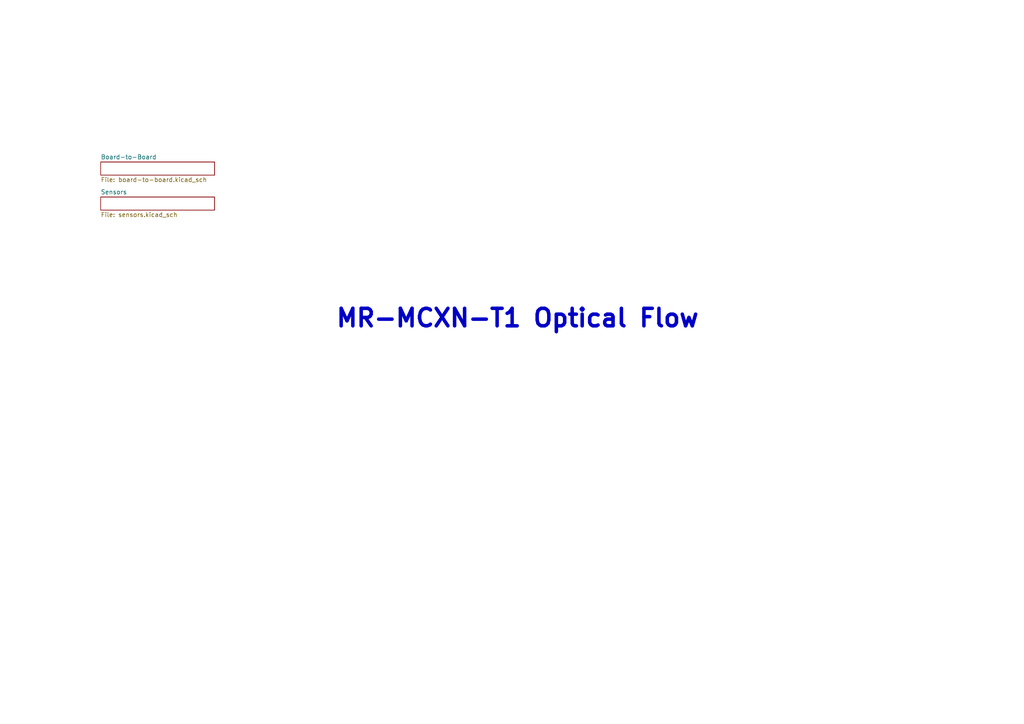
<source format=kicad_sch>
(kicad_sch
	(version 20250114)
	(generator "eeschema")
	(generator_version "9.0")
	(uuid "04285d74-eeba-483c-9378-52bd287e15a2")
	(paper "A4")
	(title_block
		(title "MR-MCXN-T1-OFLO")
		(date "2025-04-16")
		(rev "X0")
		(company "NXP SEMICONDUCTORS B.V.")
		(comment 3 "DESIGNER: YOURI TILS")
		(comment 4 "CTO SYSTEM INNOVATIONS / MOBILE ROBOTICS DOMAIN")
	)
	(lib_symbols)
	(text "MR-MCXN-T1 Optical Flow"
		(exclude_from_sim no)
		(at 150.114 92.456 0)
		(effects
			(font
				(size 5.08 5.08)
				(thickness 1.016)
				(bold yes)
			)
		)
		(uuid "efc3dc01-334a-4e73-83f5-a10926ac194b")
	)
	(sheet
		(at 29.21 46.99)
		(size 33.02 3.81)
		(exclude_from_sim no)
		(in_bom yes)
		(on_board yes)
		(dnp no)
		(fields_autoplaced yes)
		(stroke
			(width 0.1524)
			(type solid)
		)
		(fill
			(color 0 0 0 0.0000)
		)
		(uuid "ccc0d483-c16f-4a48-802e-c15323fec247")
		(property "Sheetname" "Board-to-Board"
			(at 29.21 46.2784 0)
			(effects
				(font
					(size 1.27 1.27)
				)
				(justify left bottom)
			)
		)
		(property "Sheetfile" "board-to-board.kicad_sch"
			(at 29.21 51.3846 0)
			(effects
				(font
					(size 1.27 1.27)
				)
				(justify left top)
			)
		)
		(instances
			(project "spinali_mcxn_t1_oflo"
				(path "/04285d74-eeba-483c-9378-52bd287e15a2"
					(page "2")
				)
			)
		)
	)
	(sheet
		(at 29.21 57.15)
		(size 33.02 3.81)
		(exclude_from_sim no)
		(in_bom yes)
		(on_board yes)
		(dnp no)
		(fields_autoplaced yes)
		(stroke
			(width 0.1524)
			(type solid)
		)
		(fill
			(color 0 0 0 0.0000)
		)
		(uuid "d46d18ea-5041-4bdf-8a2f-871da180f13d")
		(property "Sheetname" "Sensors"
			(at 29.21 56.4384 0)
			(effects
				(font
					(size 1.27 1.27)
				)
				(justify left bottom)
			)
		)
		(property "Sheetfile" "sensors.kicad_sch"
			(at 29.21 61.5446 0)
			(effects
				(font
					(size 1.27 1.27)
				)
				(justify left top)
			)
		)
		(instances
			(project "spinali_mcxn_t1_oflo"
				(path "/04285d74-eeba-483c-9378-52bd287e15a2"
					(page "3")
				)
			)
		)
	)
	(sheet_instances
		(path "/"
			(page "1")
		)
	)
	(embedded_fonts no)
)

</source>
